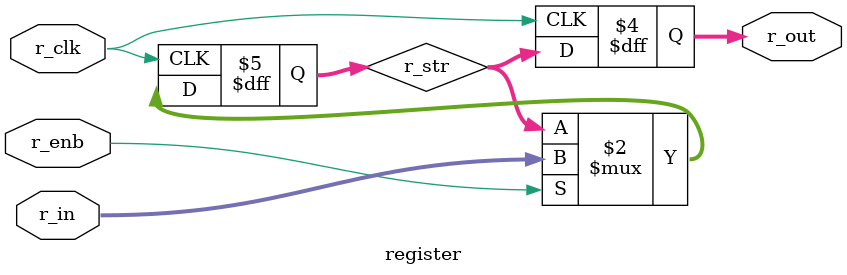
<source format=sv>
module register(
	input [3:0] r_in,
	input r_clk,
	input r_enb,
	output reg [3:0] r_out
	);
	
	reg [3:0] r_str;

	always @(posedge r_clk) begin
		if (r_enb) begin
			r_str <= r_in; end
		
		r_out <= r_str;
		end
		endmodule





</source>
